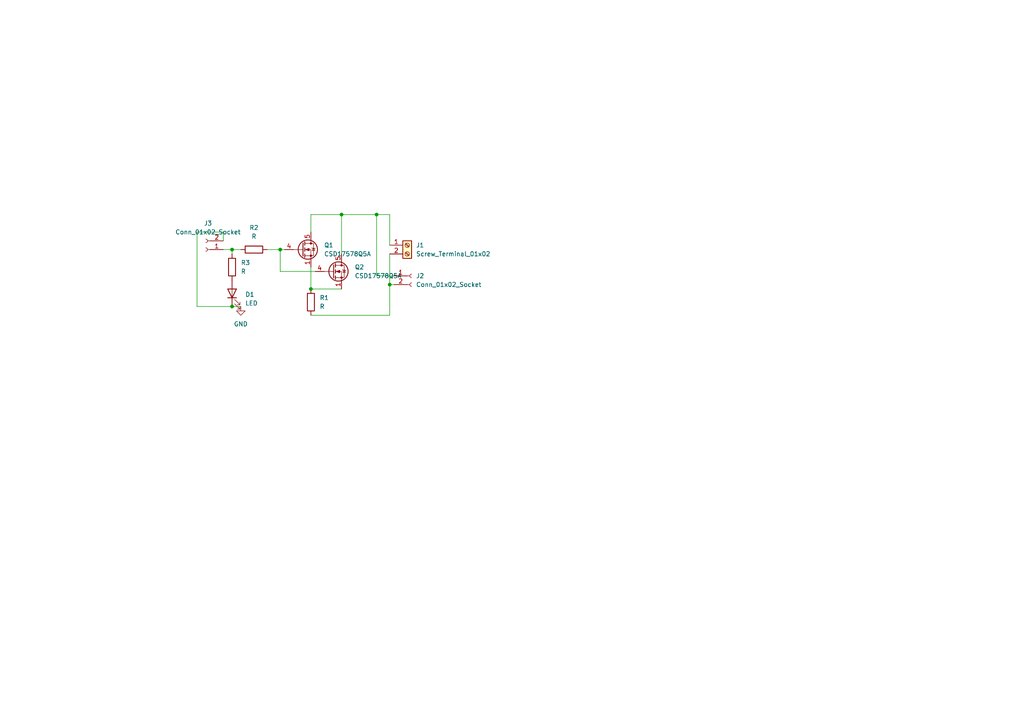
<source format=kicad_sch>
(kicad_sch (version 20230121) (generator eeschema)

  (uuid 0cf09361-3774-441a-bf3d-f012b1b68f31)

  (paper "A4")

  (lib_symbols
    (symbol "Connector:Conn_01x02_Socket" (pin_names (offset 1.016) hide) (in_bom yes) (on_board yes)
      (property "Reference" "J" (at 0 2.54 0)
        (effects (font (size 1.27 1.27)))
      )
      (property "Value" "Conn_01x02_Socket" (at 0 -5.08 0)
        (effects (font (size 1.27 1.27)))
      )
      (property "Footprint" "" (at 0 0 0)
        (effects (font (size 1.27 1.27)) hide)
      )
      (property "Datasheet" "~" (at 0 0 0)
        (effects (font (size 1.27 1.27)) hide)
      )
      (property "ki_locked" "" (at 0 0 0)
        (effects (font (size 1.27 1.27)))
      )
      (property "ki_keywords" "connector" (at 0 0 0)
        (effects (font (size 1.27 1.27)) hide)
      )
      (property "ki_description" "Generic connector, single row, 01x02, script generated" (at 0 0 0)
        (effects (font (size 1.27 1.27)) hide)
      )
      (property "ki_fp_filters" "Connector*:*_1x??_*" (at 0 0 0)
        (effects (font (size 1.27 1.27)) hide)
      )
      (symbol "Conn_01x02_Socket_1_1"
        (arc (start 0 -2.032) (mid -0.5058 -2.54) (end 0 -3.048)
          (stroke (width 0.1524) (type default))
          (fill (type none))
        )
        (polyline
          (pts
            (xy -1.27 -2.54)
            (xy -0.508 -2.54)
          )
          (stroke (width 0.1524) (type default))
          (fill (type none))
        )
        (polyline
          (pts
            (xy -1.27 0)
            (xy -0.508 0)
          )
          (stroke (width 0.1524) (type default))
          (fill (type none))
        )
        (arc (start 0 0.508) (mid -0.5058 0) (end 0 -0.508)
          (stroke (width 0.1524) (type default))
          (fill (type none))
        )
        (pin passive line (at -5.08 0 0) (length 3.81)
          (name "Pin_1" (effects (font (size 1.27 1.27))))
          (number "1" (effects (font (size 1.27 1.27))))
        )
        (pin passive line (at -5.08 -2.54 0) (length 3.81)
          (name "Pin_2" (effects (font (size 1.27 1.27))))
          (number "2" (effects (font (size 1.27 1.27))))
        )
      )
    )
    (symbol "Connector:Screw_Terminal_01x02" (pin_names (offset 1.016) hide) (in_bom yes) (on_board yes)
      (property "Reference" "J" (at 0 2.54 0)
        (effects (font (size 1.27 1.27)))
      )
      (property "Value" "Screw_Terminal_01x02" (at 0 -5.08 0)
        (effects (font (size 1.27 1.27)))
      )
      (property "Footprint" "" (at 0 0 0)
        (effects (font (size 1.27 1.27)) hide)
      )
      (property "Datasheet" "~" (at 0 0 0)
        (effects (font (size 1.27 1.27)) hide)
      )
      (property "ki_keywords" "screw terminal" (at 0 0 0)
        (effects (font (size 1.27 1.27)) hide)
      )
      (property "ki_description" "Generic screw terminal, single row, 01x02, script generated (kicad-library-utils/schlib/autogen/connector/)" (at 0 0 0)
        (effects (font (size 1.27 1.27)) hide)
      )
      (property "ki_fp_filters" "TerminalBlock*:*" (at 0 0 0)
        (effects (font (size 1.27 1.27)) hide)
      )
      (symbol "Screw_Terminal_01x02_1_1"
        (rectangle (start -1.27 1.27) (end 1.27 -3.81)
          (stroke (width 0.254) (type default))
          (fill (type background))
        )
        (circle (center 0 -2.54) (radius 0.635)
          (stroke (width 0.1524) (type default))
          (fill (type none))
        )
        (polyline
          (pts
            (xy -0.5334 -2.2098)
            (xy 0.3302 -3.048)
          )
          (stroke (width 0.1524) (type default))
          (fill (type none))
        )
        (polyline
          (pts
            (xy -0.5334 0.3302)
            (xy 0.3302 -0.508)
          )
          (stroke (width 0.1524) (type default))
          (fill (type none))
        )
        (polyline
          (pts
            (xy -0.3556 -2.032)
            (xy 0.508 -2.8702)
          )
          (stroke (width 0.1524) (type default))
          (fill (type none))
        )
        (polyline
          (pts
            (xy -0.3556 0.508)
            (xy 0.508 -0.3302)
          )
          (stroke (width 0.1524) (type default))
          (fill (type none))
        )
        (circle (center 0 0) (radius 0.635)
          (stroke (width 0.1524) (type default))
          (fill (type none))
        )
        (pin passive line (at -5.08 0 0) (length 3.81)
          (name "Pin_1" (effects (font (size 1.27 1.27))))
          (number "1" (effects (font (size 1.27 1.27))))
        )
        (pin passive line (at -5.08 -2.54 0) (length 3.81)
          (name "Pin_2" (effects (font (size 1.27 1.27))))
          (number "2" (effects (font (size 1.27 1.27))))
        )
      )
    )
    (symbol "Device:LED" (pin_numbers hide) (pin_names (offset 1.016) hide) (in_bom yes) (on_board yes)
      (property "Reference" "D" (at 0 2.54 0)
        (effects (font (size 1.27 1.27)))
      )
      (property "Value" "LED" (at 0 -2.54 0)
        (effects (font (size 1.27 1.27)))
      )
      (property "Footprint" "" (at 0 0 0)
        (effects (font (size 1.27 1.27)) hide)
      )
      (property "Datasheet" "~" (at 0 0 0)
        (effects (font (size 1.27 1.27)) hide)
      )
      (property "ki_keywords" "LED diode" (at 0 0 0)
        (effects (font (size 1.27 1.27)) hide)
      )
      (property "ki_description" "Light emitting diode" (at 0 0 0)
        (effects (font (size 1.27 1.27)) hide)
      )
      (property "ki_fp_filters" "LED* LED_SMD:* LED_THT:*" (at 0 0 0)
        (effects (font (size 1.27 1.27)) hide)
      )
      (symbol "LED_0_1"
        (polyline
          (pts
            (xy -1.27 -1.27)
            (xy -1.27 1.27)
          )
          (stroke (width 0.254) (type default))
          (fill (type none))
        )
        (polyline
          (pts
            (xy -1.27 0)
            (xy 1.27 0)
          )
          (stroke (width 0) (type default))
          (fill (type none))
        )
        (polyline
          (pts
            (xy 1.27 -1.27)
            (xy 1.27 1.27)
            (xy -1.27 0)
            (xy 1.27 -1.27)
          )
          (stroke (width 0.254) (type default))
          (fill (type none))
        )
        (polyline
          (pts
            (xy -3.048 -0.762)
            (xy -4.572 -2.286)
            (xy -3.81 -2.286)
            (xy -4.572 -2.286)
            (xy -4.572 -1.524)
          )
          (stroke (width 0) (type default))
          (fill (type none))
        )
        (polyline
          (pts
            (xy -1.778 -0.762)
            (xy -3.302 -2.286)
            (xy -2.54 -2.286)
            (xy -3.302 -2.286)
            (xy -3.302 -1.524)
          )
          (stroke (width 0) (type default))
          (fill (type none))
        )
      )
      (symbol "LED_1_1"
        (pin passive line (at -3.81 0 0) (length 2.54)
          (name "K" (effects (font (size 1.27 1.27))))
          (number "1" (effects (font (size 1.27 1.27))))
        )
        (pin passive line (at 3.81 0 180) (length 2.54)
          (name "A" (effects (font (size 1.27 1.27))))
          (number "2" (effects (font (size 1.27 1.27))))
        )
      )
    )
    (symbol "Device:R" (pin_numbers hide) (pin_names (offset 0)) (in_bom yes) (on_board yes)
      (property "Reference" "R" (at 2.032 0 90)
        (effects (font (size 1.27 1.27)))
      )
      (property "Value" "R" (at 0 0 90)
        (effects (font (size 1.27 1.27)))
      )
      (property "Footprint" "" (at -1.778 0 90)
        (effects (font (size 1.27 1.27)) hide)
      )
      (property "Datasheet" "~" (at 0 0 0)
        (effects (font (size 1.27 1.27)) hide)
      )
      (property "ki_keywords" "R res resistor" (at 0 0 0)
        (effects (font (size 1.27 1.27)) hide)
      )
      (property "ki_description" "Resistor" (at 0 0 0)
        (effects (font (size 1.27 1.27)) hide)
      )
      (property "ki_fp_filters" "R_*" (at 0 0 0)
        (effects (font (size 1.27 1.27)) hide)
      )
      (symbol "R_0_1"
        (rectangle (start -1.016 -2.54) (end 1.016 2.54)
          (stroke (width 0.254) (type default))
          (fill (type none))
        )
      )
      (symbol "R_1_1"
        (pin passive line (at 0 3.81 270) (length 1.27)
          (name "~" (effects (font (size 1.27 1.27))))
          (number "1" (effects (font (size 1.27 1.27))))
        )
        (pin passive line (at 0 -3.81 90) (length 1.27)
          (name "~" (effects (font (size 1.27 1.27))))
          (number "2" (effects (font (size 1.27 1.27))))
        )
      )
    )
    (symbol "Transistor_FET:CSD17578Q5A" (pin_names hide) (in_bom yes) (on_board yes)
      (property "Reference" "Q" (at 5.08 1.905 0)
        (effects (font (size 1.27 1.27)) (justify left))
      )
      (property "Value" "CSD17578Q5A" (at 5.08 0 0)
        (effects (font (size 1.27 1.27)) (justify left))
      )
      (property "Footprint" "Package_TO_SOT_SMD:TDSON-8-1" (at 5.08 -1.905 0)
        (effects (font (size 1.27 1.27) italic) (justify left) hide)
      )
      (property "Datasheet" "http://www.ti.com/lit/gpn/csd17578q5a" (at 0 0 90)
        (effects (font (size 1.27 1.27)) (justify left) hide)
      )
      (property "ki_keywords" "NexFET Power MOSFET N-MOS" (at 0 0 0)
        (effects (font (size 1.27 1.27)) hide)
      )
      (property "ki_description" "25A Id, 30V Vds, NexFET N-Channel Power MOSFET, 6.9mOhm Ron, Qg (typ) 7.9nC, SON8 5x6mm" (at 0 0 0)
        (effects (font (size 1.27 1.27)) hide)
      )
      (property "ki_fp_filters" "TDSON*" (at 0 0 0)
        (effects (font (size 1.27 1.27)) hide)
      )
      (symbol "CSD17578Q5A_0_1"
        (polyline
          (pts
            (xy 0.254 0)
            (xy -2.54 0)
          )
          (stroke (width 0) (type default))
          (fill (type none))
        )
        (polyline
          (pts
            (xy 0.254 1.905)
            (xy 0.254 -1.905)
          )
          (stroke (width 0.254) (type default))
          (fill (type none))
        )
        (polyline
          (pts
            (xy 0.762 -1.27)
            (xy 0.762 -2.286)
          )
          (stroke (width 0.254) (type default))
          (fill (type none))
        )
        (polyline
          (pts
            (xy 0.762 0.508)
            (xy 0.762 -0.508)
          )
          (stroke (width 0.254) (type default))
          (fill (type none))
        )
        (polyline
          (pts
            (xy 0.762 2.286)
            (xy 0.762 1.27)
          )
          (stroke (width 0.254) (type default))
          (fill (type none))
        )
        (polyline
          (pts
            (xy 2.54 2.54)
            (xy 2.54 1.778)
          )
          (stroke (width 0) (type default))
          (fill (type none))
        )
        (polyline
          (pts
            (xy 2.54 -2.54)
            (xy 2.54 0)
            (xy 0.762 0)
          )
          (stroke (width 0) (type default))
          (fill (type none))
        )
        (polyline
          (pts
            (xy 0.762 -1.778)
            (xy 3.302 -1.778)
            (xy 3.302 1.778)
            (xy 0.762 1.778)
          )
          (stroke (width 0) (type default))
          (fill (type none))
        )
        (polyline
          (pts
            (xy 1.016 0)
            (xy 2.032 0.381)
            (xy 2.032 -0.381)
            (xy 1.016 0)
          )
          (stroke (width 0) (type default))
          (fill (type outline))
        )
        (polyline
          (pts
            (xy 2.794 0.508)
            (xy 2.921 0.381)
            (xy 3.683 0.381)
            (xy 3.81 0.254)
          )
          (stroke (width 0) (type default))
          (fill (type none))
        )
        (polyline
          (pts
            (xy 3.302 0.381)
            (xy 2.921 -0.254)
            (xy 3.683 -0.254)
            (xy 3.302 0.381)
          )
          (stroke (width 0) (type default))
          (fill (type none))
        )
        (circle (center 1.651 0) (radius 2.794)
          (stroke (width 0.254) (type default))
          (fill (type none))
        )
        (circle (center 2.54 -1.778) (radius 0.254)
          (stroke (width 0) (type default))
          (fill (type outline))
        )
        (circle (center 2.54 1.778) (radius 0.254)
          (stroke (width 0) (type default))
          (fill (type outline))
        )
      )
      (symbol "CSD17578Q5A_1_1"
        (pin passive line (at 2.54 -5.08 90) (length 2.54)
          (name "S" (effects (font (size 1.27 1.27))))
          (number "1" (effects (font (size 1.27 1.27))))
        )
        (pin passive line (at 2.54 -5.08 90) (length 2.54) hide
          (name "S" (effects (font (size 1.27 1.27))))
          (number "2" (effects (font (size 1.27 1.27))))
        )
        (pin passive line (at 2.54 -5.08 90) (length 2.54) hide
          (name "S" (effects (font (size 1.27 1.27))))
          (number "3" (effects (font (size 1.27 1.27))))
        )
        (pin passive line (at -5.08 0 0) (length 2.54)
          (name "G" (effects (font (size 1.27 1.27))))
          (number "4" (effects (font (size 1.27 1.27))))
        )
        (pin passive line (at 2.54 5.08 270) (length 2.54)
          (name "D" (effects (font (size 1.27 1.27))))
          (number "5" (effects (font (size 1.27 1.27))))
        )
      )
    )
    (symbol "power:GND" (power) (pin_names (offset 0)) (in_bom yes) (on_board yes)
      (property "Reference" "#PWR" (at 0 -6.35 0)
        (effects (font (size 1.27 1.27)) hide)
      )
      (property "Value" "GND" (at 0 -3.81 0)
        (effects (font (size 1.27 1.27)))
      )
      (property "Footprint" "" (at 0 0 0)
        (effects (font (size 1.27 1.27)) hide)
      )
      (property "Datasheet" "" (at 0 0 0)
        (effects (font (size 1.27 1.27)) hide)
      )
      (property "ki_keywords" "global power" (at 0 0 0)
        (effects (font (size 1.27 1.27)) hide)
      )
      (property "ki_description" "Power symbol creates a global label with name \"GND\" , ground" (at 0 0 0)
        (effects (font (size 1.27 1.27)) hide)
      )
      (symbol "GND_0_1"
        (polyline
          (pts
            (xy 0 0)
            (xy 0 -1.27)
            (xy 1.27 -1.27)
            (xy 0 -2.54)
            (xy -1.27 -1.27)
            (xy 0 -1.27)
          )
          (stroke (width 0) (type default))
          (fill (type none))
        )
      )
      (symbol "GND_1_1"
        (pin power_in line (at 0 0 270) (length 0) hide
          (name "GND" (effects (font (size 1.27 1.27))))
          (number "1" (effects (font (size 1.27 1.27))))
        )
      )
    )
  )

  (junction (at 67.31 88.9) (diameter 0) (color 0 0 0 0)
    (uuid 0dee65d3-5fad-4dc7-a7fc-2390794a7a92)
  )
  (junction (at 113.03 82.55) (diameter 0) (color 0 0 0 0)
    (uuid 6cd06f2e-cda1-4a5b-838f-550cb42a588a)
  )
  (junction (at 99.06 62.23) (diameter 0) (color 0 0 0 0)
    (uuid 7155cbfa-ca9a-4a31-82c7-1d9a4e0f3938)
  )
  (junction (at 90.17 83.82) (diameter 0) (color 0 0 0 0)
    (uuid 802ef9c1-4468-4129-b1c9-ab8f5b8d139e)
  )
  (junction (at 67.31 72.39) (diameter 0) (color 0 0 0 0)
    (uuid d4c695de-fec0-4aaf-be82-d922ccd92dc2)
  )
  (junction (at 81.28 72.39) (diameter 0) (color 0 0 0 0)
    (uuid ea992c5b-9b57-4850-9718-0cf56dd456a3)
  )
  (junction (at 109.22 62.23) (diameter 0) (color 0 0 0 0)
    (uuid f2907a35-8309-4ba5-a88c-e70d5df228bd)
  )

  (wire (pts (xy 113.03 82.55) (xy 114.3 82.55))
    (stroke (width 0) (type default))
    (uuid 06fceea8-2a2d-4b56-81dd-ad16b6b7c98b)
  )
  (wire (pts (xy 109.22 80.01) (xy 109.22 62.23))
    (stroke (width 0) (type default))
    (uuid 10bcfda8-ffdb-4cac-83b8-a8a4af9b59a1)
  )
  (wire (pts (xy 64.77 67.31) (xy 57.15 67.31))
    (stroke (width 0) (type default))
    (uuid 12cb1b32-0263-47e3-9763-1b3300be7f65)
  )
  (wire (pts (xy 99.06 62.23) (xy 99.06 73.66))
    (stroke (width 0) (type default))
    (uuid 14c4b761-608f-4bf3-bf18-13d795e6d18a)
  )
  (wire (pts (xy 109.22 62.23) (xy 99.06 62.23))
    (stroke (width 0) (type default))
    (uuid 15eb35c5-c066-4b57-a7fd-f25e9a840da0)
  )
  (wire (pts (xy 81.28 78.74) (xy 81.28 72.39))
    (stroke (width 0) (type default))
    (uuid 29f59b94-576d-4667-a8ad-3ed0cded756b)
  )
  (wire (pts (xy 57.15 88.9) (xy 67.31 88.9))
    (stroke (width 0) (type default))
    (uuid 48a76ce1-398e-4b0d-ac8c-257ac5463ac8)
  )
  (wire (pts (xy 67.31 72.39) (xy 69.85 72.39))
    (stroke (width 0) (type default))
    (uuid 49ae971a-271b-408f-aa46-a510745190ce)
  )
  (wire (pts (xy 81.28 72.39) (xy 82.55 72.39))
    (stroke (width 0) (type default))
    (uuid 5d00b355-62be-48db-b0b0-7938bb6516f1)
  )
  (wire (pts (xy 64.77 69.85) (xy 64.77 67.31))
    (stroke (width 0) (type default))
    (uuid 6cf01135-ce9c-4bb1-8905-7fdb29df0df9)
  )
  (wire (pts (xy 67.31 88.9) (xy 69.85 88.9))
    (stroke (width 0) (type default))
    (uuid 6e3f3e88-1d3c-443f-90db-bc92f0b2556d)
  )
  (wire (pts (xy 99.06 62.23) (xy 90.17 62.23))
    (stroke (width 0) (type default))
    (uuid 6ef1414f-d7f6-4e55-a2f2-f11e4acd6c48)
  )
  (wire (pts (xy 67.31 72.39) (xy 67.31 73.66))
    (stroke (width 0) (type default))
    (uuid 7256b40e-1857-42a8-88fc-eeb0a7f001d8)
  )
  (wire (pts (xy 77.47 72.39) (xy 81.28 72.39))
    (stroke (width 0) (type default))
    (uuid 7d0ae8b5-7735-4259-b205-cf72d8217119)
  )
  (wire (pts (xy 90.17 83.82) (xy 99.06 83.82))
    (stroke (width 0) (type default))
    (uuid 9c2b6315-dc2e-45a0-a431-9d19a98fb761)
  )
  (wire (pts (xy 90.17 62.23) (xy 90.17 67.31))
    (stroke (width 0) (type default))
    (uuid 9d8ba2cd-16cb-48e6-a22d-ea8802a4b9c8)
  )
  (wire (pts (xy 57.15 67.31) (xy 57.15 88.9))
    (stroke (width 0) (type default))
    (uuid a29e1f89-bbb7-45e4-bb3a-0869ff01545b)
  )
  (wire (pts (xy 113.03 73.66) (xy 113.03 82.55))
    (stroke (width 0) (type default))
    (uuid a34cda92-7e2d-45a1-8c8b-0da51f28d208)
  )
  (wire (pts (xy 113.03 91.44) (xy 90.17 91.44))
    (stroke (width 0) (type default))
    (uuid bda4a9fe-e1e9-47c8-9730-78f59151431d)
  )
  (wire (pts (xy 114.3 80.01) (xy 109.22 80.01))
    (stroke (width 0) (type default))
    (uuid d4ed86a8-9d54-4d15-b4c9-37988aafce6a)
  )
  (wire (pts (xy 90.17 77.47) (xy 90.17 83.82))
    (stroke (width 0) (type default))
    (uuid d6810265-5b65-4b0a-861d-7fa775871fe0)
  )
  (wire (pts (xy 113.03 82.55) (xy 113.03 91.44))
    (stroke (width 0) (type default))
    (uuid dede856b-0bf4-4d08-9b32-0afca7b38101)
  )
  (wire (pts (xy 113.03 71.12) (xy 113.03 62.23))
    (stroke (width 0) (type default))
    (uuid e0c53040-7df2-4ea2-9c83-e5f17cf8cfd7)
  )
  (wire (pts (xy 91.44 78.74) (xy 81.28 78.74))
    (stroke (width 0) (type default))
    (uuid e289098c-aee1-4529-8411-f5682bbe5dc3)
  )
  (wire (pts (xy 64.77 72.39) (xy 67.31 72.39))
    (stroke (width 0) (type default))
    (uuid e55e4b15-a52e-4ed1-b0b1-ed769cd06509)
  )
  (wire (pts (xy 113.03 62.23) (xy 109.22 62.23))
    (stroke (width 0) (type default))
    (uuid fdce00da-1f4a-4c06-8164-99cefd904903)
  )

  (symbol (lib_id "power:GND") (at 69.85 88.9 0) (unit 1)
    (in_bom yes) (on_board yes) (dnp no) (fields_autoplaced)
    (uuid 09b66752-efcd-47df-9430-e525c802130b)
    (property "Reference" "#PWR03" (at 69.85 95.25 0)
      (effects (font (size 1.27 1.27)) hide)
    )
    (property "Value" "GND" (at 69.85 93.98 0)
      (effects (font (size 1.27 1.27)))
    )
    (property "Footprint" "" (at 69.85 88.9 0)
      (effects (font (size 1.27 1.27)) hide)
    )
    (property "Datasheet" "" (at 69.85 88.9 0)
      (effects (font (size 1.27 1.27)) hide)
    )
    (pin "1" (uuid 6ca87b23-7dba-4681-be77-bec9febfc42d))
    (instances
      (project "mosfet-module"
        (path "/0cf09361-3774-441a-bf3d-f012b1b68f31"
          (reference "#PWR03") (unit 1)
        )
      )
    )
  )

  (symbol (lib_id "Device:R") (at 90.17 87.63 0) (unit 1)
    (in_bom yes) (on_board yes) (dnp no) (fields_autoplaced)
    (uuid 104f8c34-dcb3-4051-942b-0ce9eacec3f1)
    (property "Reference" "R1" (at 92.71 86.36 0)
      (effects (font (size 1.27 1.27)) (justify left))
    )
    (property "Value" "R" (at 92.71 88.9 0)
      (effects (font (size 1.27 1.27)) (justify left))
    )
    (property "Footprint" "LED_SMD:LED_0805_2012Metric_Pad1.15x1.40mm_HandSolder" (at 88.392 87.63 90)
      (effects (font (size 1.27 1.27)) hide)
    )
    (property "Datasheet" "~" (at 90.17 87.63 0)
      (effects (font (size 1.27 1.27)) hide)
    )
    (pin "1" (uuid e42a4d05-d3ae-46a2-a7b6-4ddf0cacdb99))
    (pin "2" (uuid 9bf8437e-e666-4f9b-98b4-ee1778ddfc58))
    (instances
      (project "mosfet-module"
        (path "/0cf09361-3774-441a-bf3d-f012b1b68f31"
          (reference "R1") (unit 1)
        )
      )
    )
  )

  (symbol (lib_id "Connector:Conn_01x02_Socket") (at 119.38 80.01 0) (unit 1)
    (in_bom yes) (on_board yes) (dnp no) (fields_autoplaced)
    (uuid 1bfff6f9-fd00-4c5c-bb26-a72317c9e70c)
    (property "Reference" "J2" (at 120.65 80.01 0)
      (effects (font (size 1.27 1.27)) (justify left))
    )
    (property "Value" "Conn_01x02_Socket" (at 120.65 82.55 0)
      (effects (font (size 1.27 1.27)) (justify left))
    )
    (property "Footprint" "Connector_JST:JST_XH_B2B-XH-AM_1x02_P2.50mm_Vertical" (at 119.38 80.01 0)
      (effects (font (size 1.27 1.27)) hide)
    )
    (property "Datasheet" "~" (at 119.38 80.01 0)
      (effects (font (size 1.27 1.27)) hide)
    )
    (pin "1" (uuid 08092847-e9e6-4364-aa81-a473f8d946c0))
    (pin "2" (uuid 21f7870a-931a-4a02-930f-91a6a2cc7d43))
    (instances
      (project "mosfet-module"
        (path "/0cf09361-3774-441a-bf3d-f012b1b68f31"
          (reference "J2") (unit 1)
        )
      )
    )
  )

  (symbol (lib_id "Connector:Screw_Terminal_01x02") (at 118.11 71.12 0) (unit 1)
    (in_bom yes) (on_board yes) (dnp no) (fields_autoplaced)
    (uuid 3d529aed-6c0e-414e-b162-88153bffc11f)
    (property "Reference" "J1" (at 120.65 71.12 0)
      (effects (font (size 1.27 1.27)) (justify left))
    )
    (property "Value" "Screw_Terminal_01x02" (at 120.65 73.66 0)
      (effects (font (size 1.27 1.27)) (justify left))
    )
    (property "Footprint" "TerminalBlock:TerminalBlock_bornier-2_P5.08mm" (at 118.11 71.12 0)
      (effects (font (size 1.27 1.27)) hide)
    )
    (property "Datasheet" "~" (at 118.11 71.12 0)
      (effects (font (size 1.27 1.27)) hide)
    )
    (pin "1" (uuid d8d7e57e-a522-43e8-9bb6-93d37491715f))
    (pin "2" (uuid f96cef3a-cf41-415b-846a-120dc55cbdc9))
    (instances
      (project "mosfet-module"
        (path "/0cf09361-3774-441a-bf3d-f012b1b68f31"
          (reference "J1") (unit 1)
        )
      )
    )
  )

  (symbol (lib_id "Device:LED") (at 67.31 85.09 90) (unit 1)
    (in_bom yes) (on_board yes) (dnp no) (fields_autoplaced)
    (uuid 50ef0fd3-a700-45b7-ad6f-e9e8caa73a2a)
    (property "Reference" "D1" (at 71.12 85.4075 90)
      (effects (font (size 1.27 1.27)) (justify right))
    )
    (property "Value" "LED" (at 71.12 87.9475 90)
      (effects (font (size 1.27 1.27)) (justify right))
    )
    (property "Footprint" "LED_SMD:LED_0805_2012Metric_Pad1.15x1.40mm_HandSolder" (at 67.31 85.09 0)
      (effects (font (size 1.27 1.27)) hide)
    )
    (property "Datasheet" "~" (at 67.31 85.09 0)
      (effects (font (size 1.27 1.27)) hide)
    )
    (pin "1" (uuid 72192f3f-5684-4487-8438-4a4a40c12464))
    (pin "2" (uuid 241fd195-e3b9-4c8f-9d9a-0c54f7dc6ff6))
    (instances
      (project "mosfet-module"
        (path "/0cf09361-3774-441a-bf3d-f012b1b68f31"
          (reference "D1") (unit 1)
        )
      )
    )
  )

  (symbol (lib_id "Transistor_FET:CSD17578Q5A") (at 96.52 78.74 0) (unit 1)
    (in_bom yes) (on_board yes) (dnp no) (fields_autoplaced)
    (uuid 96ab8841-b302-4208-9716-332a31bc6a5b)
    (property "Reference" "Q2" (at 102.87 77.47 0)
      (effects (font (size 1.27 1.27)) (justify left))
    )
    (property "Value" "CSD17578Q5A" (at 102.87 80.01 0)
      (effects (font (size 1.27 1.27)) (justify left))
    )
    (property "Footprint" "Package_TO_SOT_SMD:TDSON-8-1" (at 101.6 80.645 0)
      (effects (font (size 1.27 1.27) italic) (justify left) hide)
    )
    (property "Datasheet" "http://www.ti.com/lit/gpn/csd17578q5a" (at 96.52 78.74 90)
      (effects (font (size 1.27 1.27)) (justify left) hide)
    )
    (pin "1" (uuid 2adb1cbb-4504-48da-9ca5-3265d89201c3))
    (pin "2" (uuid 572e1f75-d723-475c-a4f0-e237e56d1c9b))
    (pin "3" (uuid d12cd3c4-bb86-4c98-82b1-330cc81d63e8))
    (pin "4" (uuid d2e04f69-0023-4673-993b-132911a3eee4))
    (pin "5" (uuid fb19a14c-34c7-41d2-a637-dcf34b038685))
    (instances
      (project "mosfet-module"
        (path "/0cf09361-3774-441a-bf3d-f012b1b68f31"
          (reference "Q2") (unit 1)
        )
      )
    )
  )

  (symbol (lib_id "Transistor_FET:CSD17578Q5A") (at 87.63 72.39 0) (unit 1)
    (in_bom yes) (on_board yes) (dnp no) (fields_autoplaced)
    (uuid 9e8a73c8-176d-4445-bc60-11496a509448)
    (property "Reference" "Q1" (at 93.98 71.12 0)
      (effects (font (size 1.27 1.27)) (justify left))
    )
    (property "Value" "CSD17578Q5A" (at 93.98 73.66 0)
      (effects (font (size 1.27 1.27)) (justify left))
    )
    (property "Footprint" "Package_TO_SOT_SMD:TDSON-8-1" (at 92.71 74.295 0)
      (effects (font (size 1.27 1.27) italic) (justify left) hide)
    )
    (property "Datasheet" "http://www.ti.com/lit/gpn/csd17578q5a" (at 87.63 72.39 90)
      (effects (font (size 1.27 1.27)) (justify left) hide)
    )
    (pin "1" (uuid 0dd69058-3fcd-46fd-8497-b4520e623b6b))
    (pin "2" (uuid 85eeb8c7-6113-4109-a2f7-1d51d55725cd))
    (pin "3" (uuid a3c4fba2-e2af-4023-a75a-582d72e3cf0f))
    (pin "4" (uuid ed014902-953b-42db-b42c-cfd08368513e))
    (pin "5" (uuid e0e54d2b-3180-4368-92b9-181f4835c522))
    (instances
      (project "mosfet-module"
        (path "/0cf09361-3774-441a-bf3d-f012b1b68f31"
          (reference "Q1") (unit 1)
        )
      )
    )
  )

  (symbol (lib_id "Device:R") (at 73.66 72.39 270) (unit 1)
    (in_bom yes) (on_board yes) (dnp no) (fields_autoplaced)
    (uuid d1d10be0-f15d-4090-af0a-f523789564ad)
    (property "Reference" "R2" (at 73.66 66.04 90)
      (effects (font (size 1.27 1.27)))
    )
    (property "Value" "R" (at 73.66 68.58 90)
      (effects (font (size 1.27 1.27)))
    )
    (property "Footprint" "Resistor_SMD:R_0805_2012Metric_Pad1.20x1.40mm_HandSolder" (at 73.66 70.612 90)
      (effects (font (size 1.27 1.27)) hide)
    )
    (property "Datasheet" "~" (at 73.66 72.39 0)
      (effects (font (size 1.27 1.27)) hide)
    )
    (pin "1" (uuid a8354d10-875b-4764-bfc3-8b733af0bfab))
    (pin "2" (uuid 02bdd084-68b3-47fe-866b-213fe8e6adce))
    (instances
      (project "mosfet-module"
        (path "/0cf09361-3774-441a-bf3d-f012b1b68f31"
          (reference "R2") (unit 1)
        )
      )
    )
  )

  (symbol (lib_id "Device:R") (at 67.31 77.47 0) (unit 1)
    (in_bom yes) (on_board yes) (dnp no) (fields_autoplaced)
    (uuid daea2da6-fee6-41cf-bce6-fa5eb46177bf)
    (property "Reference" "R3" (at 69.85 76.2 0)
      (effects (font (size 1.27 1.27)) (justify left))
    )
    (property "Value" "R" (at 69.85 78.74 0)
      (effects (font (size 1.27 1.27)) (justify left))
    )
    (property "Footprint" "Resistor_SMD:R_0805_2012Metric_Pad1.20x1.40mm_HandSolder" (at 65.532 77.47 90)
      (effects (font (size 1.27 1.27)) hide)
    )
    (property "Datasheet" "~" (at 67.31 77.47 0)
      (effects (font (size 1.27 1.27)) hide)
    )
    (pin "1" (uuid fe0e6dbf-e140-4def-8803-582f5b56a5a3))
    (pin "2" (uuid 72a72086-598c-4bf4-aadc-5fd59fd104e5))
    (instances
      (project "mosfet-module"
        (path "/0cf09361-3774-441a-bf3d-f012b1b68f31"
          (reference "R3") (unit 1)
        )
      )
    )
  )

  (symbol (lib_id "Connector:Conn_01x02_Socket") (at 59.69 72.39 180) (unit 1)
    (in_bom yes) (on_board yes) (dnp no) (fields_autoplaced)
    (uuid e572597c-b7f2-4b57-85cf-4e7992924e58)
    (property "Reference" "J3" (at 60.325 64.77 0)
      (effects (font (size 1.27 1.27)))
    )
    (property "Value" "Conn_01x02_Socket" (at 60.325 67.31 0)
      (effects (font (size 1.27 1.27)))
    )
    (property "Footprint" "Connector_JST:JST_XH_B2B-XH-AM_1x02_P2.50mm_Vertical" (at 59.69 72.39 0)
      (effects (font (size 1.27 1.27)) hide)
    )
    (property "Datasheet" "~" (at 59.69 72.39 0)
      (effects (font (size 1.27 1.27)) hide)
    )
    (pin "1" (uuid 28bdb2f9-eab1-43c8-a1c6-e6a22a607657))
    (pin "2" (uuid 375450a2-9ef3-4920-8189-7853f330c056))
    (instances
      (project "mosfet-module"
        (path "/0cf09361-3774-441a-bf3d-f012b1b68f31"
          (reference "J3") (unit 1)
        )
      )
    )
  )

  (sheet_instances
    (path "/" (page "1"))
  )
)

</source>
